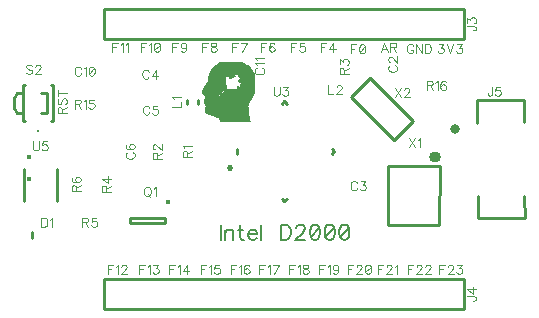
<source format=gbr>
G04 DipTrace 3.1.0.0*
G04 TopSilk.gbr*
%MOIN*%
G04 #@! TF.FileFunction,Legend,Top*
G04 #@! TF.Part,Single*
%ADD10C,0.01*%
%ADD12C,0.002992*%
%ADD21O,0.03228X0.032657*%
%ADD25C,0.015404*%
%ADD29C,0.01181*%
%ADD31O,0.020626X0.020891*%
%ADD32C,0.015753*%
%ADD34O,0.039004X0.036994*%
%ADD70C,0.004632*%
%ADD71C,0.00772*%
%FSLAX26Y26*%
G04*
G70*
G90*
G75*
G01*
G04 TopSilk*
%LPD*%
X433895Y639862D2*
D10*
Y659539D1*
X673386Y1403701D2*
Y1303701D1*
X1873386Y1403701D2*
X673386D1*
X1873386D2*
Y1303701D1*
X1797786D1*
X673386D1*
Y503682D2*
Y403682D1*
X1873386Y503682D2*
X673386D1*
X1873386D2*
Y403682D1*
X1797786D1*
X673386D1*
X2074971Y780856D2*
X2075350Y705670D1*
X1920640Y705276D1*
X1919852Y778882D1*
X1918274Y1024577D2*
X1917865Y1099763D1*
X2072604Y1100157D1*
X2073393Y1026551D1*
D21*
X1844644Y1003115D3*
X988087Y1101244D2*
D10*
Y1085417D1*
X948685Y1101244D2*
Y1085417D1*
D25*
X886235Y758410D3*
X877034Y708268D2*
D10*
X758929D1*
Y688583D1*
X877034D1*
Y708268D1*
X482919Y1057162D2*
Y1124088D1*
X502598Y1031545D2*
Y1149668D1*
X404177Y1031545D2*
Y1149668D1*
X482919Y1124088D2*
X463227D1*
X482919Y1057162D2*
X463227D1*
X502598Y1149668D2*
X496687D1*
X502598Y1031545D2*
X496687D1*
X404177Y1149668D2*
X410076D1*
X404177Y1031545D2*
X410076D1*
X404177Y1057162D2*
X382515D1*
X374646Y1072909D1*
Y1108322D1*
X404177Y1124088D2*
X382515D1*
X374646Y1108322D1*
D29*
X453381Y996105D3*
D31*
X1092411Y873530D3*
X1115651Y937723D2*
D10*
Y921038D1*
X1274265Y1096334D2*
X1265949Y1087991D1*
X1274265Y1096334D2*
X1282617Y1087991D1*
X1441303Y929312D2*
X1432951Y920970D1*
Y937655D2*
X1441303Y929312D1*
X1282653Y770702D2*
X1274337Y762359D1*
X1265985Y770702D2*
X1274337Y762359D1*
X406654Y868880D2*
Y762854D1*
X516890Y868880D2*
Y762854D1*
D32*
X422401Y835547D3*
Y910353D3*
X1791865Y880811D2*
D10*
X1791847Y683557D1*
X1619797D1*
Y880811D1*
X1791865D1*
D34*
X1777667Y909731D3*
X1638710Y966899D2*
D10*
X1495623Y1109986D1*
X1559101Y1173463D1*
X1702188Y1030376D1*
X1638710Y966899D1*
X1060472Y1227323D2*
D12*
X1129291D1*
X1055076Y1224331D2*
X1136183D1*
X1050334Y1221339D2*
X1142168D1*
X1046340Y1218346D2*
X1147314D1*
X1042862Y1215354D2*
X1151752D1*
X1039660Y1212362D2*
X1155543D1*
X1036595Y1209370D2*
X1158820D1*
X1033677Y1206378D2*
X1161600D1*
X1031067Y1203386D2*
X1163931D1*
X1028904Y1200394D2*
X1166076D1*
X1027165Y1197402D2*
X1168163D1*
X1025804Y1194409D2*
X1170047D1*
X1024689Y1191417D2*
X1171648D1*
X1023611Y1188425D2*
X1172851D1*
X1022674Y1185433D2*
X1173564D1*
X1021983Y1182441D2*
X1108346D1*
X1120560D2*
X1173918D1*
X1021312Y1179449D2*
X1111339D1*
X1121110D2*
X1174074D1*
X1020565Y1176457D2*
X1077963D1*
X1090394D2*
X1096378D1*
X1123441D2*
X1174136D1*
X1020112Y1173465D2*
X1077221D1*
X1090394D2*
X1096378D1*
X1126299D2*
X1174160D1*
X1020169Y1170472D2*
X1076446D1*
X1123179D2*
X1174169D1*
X1020164Y1167480D2*
X1075922D1*
X1121678D2*
X1174172D1*
X1019719Y1164488D2*
X1075644D1*
X1121314D2*
X1174173D1*
X1018138Y1161496D2*
X1075540D1*
X1126365D2*
X1174173D1*
X1016407Y1158504D2*
X1075698D1*
X1132283D2*
X1174173D1*
X1014437Y1155512D2*
X1076164D1*
X1129521D2*
X1174173D1*
X1012170Y1152520D2*
X1077797D1*
X1127474D2*
X1174173D1*
X1009874Y1149528D2*
X1079381D1*
X1126801D2*
X1174173D1*
X1007750Y1146535D2*
X1080441D1*
X1117323D2*
X1120315D1*
X1126299D2*
X1174173D1*
X1005699Y1143543D2*
X1081031D1*
X1117323D2*
X1174173D1*
X1003749Y1140551D2*
X1081417D1*
X1117323D2*
X1174173D1*
X1002257Y1137559D2*
X1174173D1*
X1001376Y1134567D2*
X1174162D1*
X1000941Y1131575D2*
X1067007D1*
X1080075D2*
X1174056D1*
X1000774Y1128583D2*
X1065065D1*
X1074249D2*
X1087402D1*
X1096378D2*
X1108346D1*
X1123307D2*
X1173675D1*
X1000932Y1125591D2*
X1063465D1*
X1069449D2*
X1172947D1*
X1001456Y1122598D2*
X1172063D1*
X1004185Y1119606D2*
X1171054D1*
X1008091Y1116614D2*
X1054488D1*
X1060472D2*
X1169667D1*
X1012598Y1113622D2*
X1167940D1*
X1010755Y1110630D2*
X1166112D1*
X1009165Y1107638D2*
X1164182D1*
X1008061Y1104646D2*
X1162182D1*
X1007449Y1101654D2*
X1160318D1*
X1007895Y1098661D2*
X1158623D1*
X1008100Y1095669D2*
X1157042D1*
X1007591Y1092677D2*
X1155603D1*
X1006614Y1089685D2*
X1154377D1*
X1009018Y1086693D2*
X1153330D1*
X1010756Y1083701D2*
X1152378D1*
X1011926Y1080709D2*
X1151592D1*
X1011826Y1077717D2*
X1151913D1*
X1011269Y1074724D2*
X1152426D1*
X1010572Y1071732D2*
X1152824D1*
X1010090Y1068740D2*
X1153049D1*
X1009940Y1065748D2*
X1153156D1*
X1010068Y1062756D2*
X1153201D1*
X1011231Y1059764D2*
X1153230D1*
X1014061Y1056772D2*
X1153342D1*
X1021861Y1053780D2*
X1153725D1*
X1032652Y1050787D2*
X1154443D1*
X1043304Y1047795D2*
X1155210D1*
X1051817Y1044803D2*
X1155744D1*
X1055342Y1041811D2*
X1156127D1*
X1056960Y1038819D2*
X1156637D1*
X1058314Y1035827D2*
X1157431D1*
X1059469Y1032835D2*
X1158343D1*
X1060472Y1029843D2*
X1159213D1*
X1060472Y1227323D2*
X1055076Y1224331D1*
X1050334Y1221339D1*
X1046340Y1218346D1*
X1042862Y1215354D1*
X1039660Y1212362D1*
X1036595Y1209370D1*
X1033677Y1206378D1*
X1031067Y1203386D1*
X1028904Y1200394D1*
X1027165Y1197402D1*
X1025804Y1194409D1*
X1024689Y1191417D1*
X1023611Y1188425D1*
X1022674Y1185433D1*
X1021983Y1182441D1*
X1021312Y1179449D1*
X1020565Y1176457D1*
X1020112Y1173465D1*
X1020169Y1170472D1*
X1020164Y1167480D1*
X1019719Y1164488D1*
X1018138Y1161496D1*
X1016407Y1158504D1*
X1014437Y1155512D1*
X1012170Y1152520D1*
X1009874Y1149528D1*
X1007750Y1146535D1*
X1005699Y1143543D1*
X1003749Y1140551D1*
X1002257Y1137559D1*
X1001376Y1134567D1*
X1000941Y1131575D1*
X1000774Y1128583D1*
X1000932Y1125591D1*
X1001456Y1122598D1*
X1004185Y1119606D1*
X1008091Y1116614D1*
X1012598Y1113622D1*
X1010755Y1110630D1*
X1009165Y1107638D1*
X1008061Y1104646D1*
X1007449Y1101654D1*
X1007895Y1098661D1*
X1008100Y1095669D1*
X1007591Y1092677D1*
X1006614Y1089685D1*
X1009018Y1086693D1*
X1010756Y1083701D1*
X1011926Y1080709D1*
X1011826Y1077717D1*
X1011269Y1074724D1*
X1010572Y1071732D1*
X1010090Y1068740D1*
X1009940Y1065748D1*
X1010068Y1062756D1*
X1011231Y1059764D1*
X1014061Y1056772D1*
X1021861Y1053780D1*
X1032652Y1050787D1*
X1043304Y1047795D1*
X1051817Y1044803D1*
X1055342Y1041811D1*
X1056960Y1038819D1*
X1058314Y1035827D1*
X1059469Y1032835D1*
X1060472Y1029843D1*
X1129291Y1227323D2*
X1136183Y1224331D1*
X1142168Y1221339D1*
X1147314Y1218346D1*
X1151752Y1215354D1*
X1155543Y1212362D1*
X1158820Y1209370D1*
X1161600Y1206378D1*
X1163931Y1203386D1*
X1166076Y1200394D1*
X1168163Y1197402D1*
X1170047Y1194409D1*
X1171648Y1191417D1*
X1172851Y1188425D1*
X1173564Y1185433D1*
X1173918Y1182441D1*
X1174074Y1179449D1*
X1174136Y1176457D1*
X1174160Y1173465D1*
X1174169Y1170472D1*
X1174172Y1167480D1*
X1174173Y1164488D1*
Y1161496D1*
Y1158504D1*
Y1155512D1*
Y1152520D1*
Y1149528D1*
Y1146535D1*
Y1143543D1*
Y1140551D1*
Y1137559D1*
X1174162Y1134567D1*
X1174056Y1131575D1*
X1173675Y1128583D1*
X1172947Y1125591D1*
X1172063Y1122598D1*
X1171054Y1119606D1*
X1169667Y1116614D1*
X1167940Y1113622D1*
X1166112Y1110630D1*
X1164182Y1107638D1*
X1162182Y1104646D1*
X1160318Y1101654D1*
X1158623Y1098661D1*
X1157042Y1095669D1*
X1155603Y1092677D1*
X1154377Y1089685D1*
X1153330Y1086693D1*
X1152378Y1083701D1*
X1151592Y1080709D1*
X1151913Y1077717D1*
X1152426Y1074724D1*
X1152824Y1071732D1*
X1153049Y1068740D1*
X1153156Y1065748D1*
X1153201Y1062756D1*
X1153230Y1059764D1*
X1153342Y1056772D1*
X1153725Y1053780D1*
X1154443Y1050787D1*
X1155210Y1047795D1*
X1155744Y1044803D1*
X1156127Y1041811D1*
X1156637Y1038819D1*
X1157431Y1035827D1*
X1158343Y1032835D1*
X1159213Y1029843D1*
X1105354Y1185433D2*
X1108346Y1182441D1*
X1111339Y1179449D1*
X1096378Y1176457D1*
Y1173465D1*
X1120315Y1185433D2*
X1120560Y1182441D1*
X1121110Y1179449D1*
X1123441Y1176457D1*
X1126299Y1173465D1*
X1123179Y1170472D1*
X1121678Y1167480D1*
X1121314Y1164488D1*
X1126365Y1161496D1*
X1132283Y1158504D1*
X1129521Y1155512D1*
X1127474Y1152520D1*
X1126801Y1149528D1*
X1126299Y1146535D1*
X1078425Y1179449D2*
X1077963Y1176457D1*
X1077221Y1173465D1*
X1076446Y1170472D1*
X1075922Y1167480D1*
X1075644Y1164488D1*
X1075540Y1161496D1*
X1075698Y1158504D1*
X1076164Y1155512D1*
X1077797Y1152520D1*
X1079381Y1149528D1*
X1080441Y1146535D1*
X1081031Y1143543D1*
X1081417Y1140551D1*
X1090394Y1179449D2*
Y1176457D1*
Y1173465D1*
X1117323Y1146535D2*
Y1143543D1*
Y1140551D1*
X1120315Y1146535D2*
X1069449Y1134567D2*
X1067007Y1131575D1*
X1065065Y1128583D1*
X1063465Y1125591D1*
X1087402Y1134567D2*
X1080075Y1131575D1*
X1074249Y1128583D1*
X1069449Y1125591D1*
X1090394Y1131575D2*
X1087402Y1128583D1*
X1093386Y1131575D2*
X1096378Y1128583D1*
X1111339Y1131575D2*
X1108346Y1128583D1*
X1120315Y1131575D2*
X1123307Y1128583D1*
X1057480Y1119606D2*
X1054488Y1116614D1*
X1057480Y1119606D2*
X1060472Y1116614D1*
X1627622Y1215782D2*
D70*
X1624770Y1214356D1*
X1621885Y1211471D1*
X1620459Y1208619D1*
Y1202882D1*
X1621885Y1199997D1*
X1624770Y1197145D1*
X1627622Y1195686D1*
X1631933Y1194260D1*
X1639129D1*
X1643407Y1195686D1*
X1646292Y1197145D1*
X1649144Y1199997D1*
X1650603Y1202882D1*
Y1208619D1*
X1649144Y1211471D1*
X1646292Y1214356D1*
X1643407Y1215782D1*
X1627655Y1226505D2*
X1626229D1*
X1623344Y1227931D1*
X1621918Y1229357D1*
X1620492Y1232242D1*
Y1237979D1*
X1621918Y1240831D1*
X1623344Y1242257D1*
X1626229Y1243716D1*
X1629081D1*
X1631966Y1242257D1*
X1636244Y1239405D1*
X1650603Y1225046D1*
Y1245142D1*
X1517058Y822251D2*
X1515632Y825103D1*
X1512747Y827988D1*
X1509895Y829414D1*
X1504158D1*
X1501273Y827988D1*
X1498421Y825103D1*
X1496962Y822251D1*
X1495536Y817940D1*
Y810744D1*
X1496962Y806466D1*
X1498421Y803581D1*
X1501273Y800729D1*
X1504158Y799270D1*
X1509895D1*
X1512747Y800729D1*
X1515632Y803581D1*
X1517058Y806466D1*
X1529206Y829381D2*
X1544958D1*
X1536369Y817907D1*
X1540680D1*
X1543532Y816481D1*
X1544958Y815055D1*
X1546417Y810744D1*
Y807892D1*
X1544958Y803581D1*
X1542106Y800696D1*
X1537795Y799270D1*
X1533484D1*
X1529206Y800696D1*
X1527780Y802155D1*
X1526321Y805007D1*
X823164Y1194251D2*
X821738Y1197103D1*
X818852Y1199988D1*
X816001Y1201414D1*
X810264D1*
X807379Y1199988D1*
X804527Y1197103D1*
X803067Y1194251D1*
X801642Y1189940D1*
Y1182744D1*
X803067Y1178466D1*
X804527Y1175581D1*
X807379Y1172729D1*
X810264Y1171270D1*
X816001D1*
X818852Y1172729D1*
X821738Y1175581D1*
X823164Y1178466D1*
X846786Y1171270D2*
Y1201381D1*
X832427Y1181318D1*
X853949D1*
X824876Y1074251D2*
X823451Y1077103D1*
X820565Y1079988D1*
X817714Y1081414D1*
X811977D1*
X809091Y1079988D1*
X806240Y1077103D1*
X804780Y1074251D1*
X803355Y1069940D1*
Y1062744D1*
X804780Y1058466D1*
X806240Y1055581D1*
X809091Y1052729D1*
X811977Y1051270D1*
X817714D1*
X820565Y1052729D1*
X823451Y1055581D1*
X824876Y1058466D1*
X851351Y1081381D2*
X837025D1*
X835599Y1068481D1*
X837025Y1069907D1*
X841336Y1071366D1*
X845614D1*
X849925Y1069907D1*
X852810Y1067055D1*
X854236Y1062744D1*
Y1059892D1*
X852810Y1055581D1*
X849925Y1052696D1*
X845614Y1051270D1*
X841336D1*
X837025Y1052696D1*
X835599Y1054155D1*
X834140Y1057007D1*
X752835Y926102D2*
X749984Y924676D1*
X747098Y921791D1*
X745672Y918939D1*
Y913202D1*
X747098Y910317D1*
X749983Y907465D1*
X752835Y906006D1*
X757146Y904580D1*
X764343D1*
X768620Y906006D1*
X771505Y907465D1*
X774357Y910317D1*
X775817Y913202D1*
Y918939D1*
X774357Y921791D1*
X771505Y924676D1*
X768620Y926102D1*
X749984Y952577D2*
X747132Y951151D1*
X745706Y946840D1*
Y943988D1*
X747132Y939677D1*
X751443Y936792D1*
X758606Y935366D1*
X765769D1*
X771505Y936792D1*
X774391Y939677D1*
X775816Y943988D1*
Y945414D1*
X774391Y949692D1*
X771505Y952577D1*
X767194Y954003D1*
X765769D1*
X761457Y952577D1*
X758606Y949692D1*
X757180Y945414D1*
Y943988D1*
X758606Y939677D1*
X761457Y936792D1*
X765769Y935366D1*
X596828Y1204251D2*
X595402Y1207103D1*
X592517Y1209988D1*
X589665Y1211414D1*
X583928D1*
X581043Y1209988D1*
X578191Y1207103D1*
X576732Y1204251D1*
X575306Y1199940D1*
Y1192744D1*
X576732Y1188466D1*
X578191Y1185581D1*
X581043Y1182729D1*
X583928Y1181270D1*
X589665D1*
X592517Y1182729D1*
X595402Y1185581D1*
X596828Y1188466D1*
X606091Y1205644D2*
X608976Y1207103D1*
X613287Y1211381D1*
Y1181270D1*
X631173Y1211381D2*
X626862Y1209955D1*
X623977Y1205644D1*
X622551Y1198481D1*
Y1194170D1*
X623977Y1187007D1*
X626862Y1182696D1*
X631173Y1181270D1*
X634025D1*
X638336Y1182696D1*
X641188Y1187007D1*
X642647Y1194170D1*
Y1198481D1*
X641188Y1205644D1*
X638336Y1209955D1*
X634025Y1211381D1*
X631173D1*
X641188Y1205644D2*
X623977Y1187007D1*
X1183717Y1207002D2*
X1180865Y1205576D1*
X1177980Y1202691D1*
X1176554Y1199839D1*
Y1194102D1*
X1177980Y1191217D1*
X1180865Y1188365D1*
X1183717Y1186906D1*
X1188028Y1185480D1*
X1195224D1*
X1199502Y1186906D1*
X1202387Y1188365D1*
X1205239Y1191217D1*
X1206698Y1194102D1*
Y1199839D1*
X1205239Y1202691D1*
X1202387Y1205576D1*
X1199502Y1207002D1*
X1182325Y1216266D2*
X1180865Y1219151D1*
X1176588Y1223462D1*
X1206698D1*
X1182325Y1232725D2*
X1180865Y1235610D1*
X1176588Y1239921D1*
X1206698D1*
X464811Y707414D2*
Y677270D1*
X474859D1*
X479170Y678729D1*
X482056Y681581D1*
X483481Y684466D1*
X484907Y688744D1*
Y695940D1*
X483481Y700251D1*
X482056Y703103D1*
X479170Y705988D1*
X474859Y707414D1*
X464811D1*
X494171Y701644D2*
X497056Y703103D1*
X501367Y707381D1*
Y677270D1*
X1883561Y1346201D2*
X1906509D1*
X1910820Y1344775D1*
X1912246Y1343316D1*
X1913705Y1340464D1*
Y1337579D1*
X1912246Y1334727D1*
X1910820Y1333301D1*
X1906509Y1331842D1*
X1903657D1*
X1883594Y1358349D2*
Y1374101D1*
X1895068Y1365512D1*
Y1369823D1*
X1896494Y1372675D1*
X1897920Y1374101D1*
X1902231Y1375560D1*
X1905083D1*
X1909394Y1374101D1*
X1912279Y1371249D1*
X1913705Y1366938D1*
Y1362627D1*
X1912279Y1358349D1*
X1910820Y1356923D1*
X1907968Y1355464D1*
X1883561Y445469D2*
X1906509D1*
X1910820Y444043D1*
X1912246Y442584D1*
X1913705Y439732D1*
Y436847D1*
X1912246Y433995D1*
X1910820Y432569D1*
X1906509Y431110D1*
X1903657D1*
X1913705Y469092D2*
X1883594D1*
X1903657Y454733D1*
Y476255D1*
X1967067Y1144091D2*
Y1121143D1*
X1965641Y1116832D1*
X1964182Y1115406D1*
X1961330Y1113947D1*
X1958445D1*
X1955593Y1115406D1*
X1954167Y1116832D1*
X1952708Y1121143D1*
Y1123995D1*
X1993541Y1144058D2*
X1979215D1*
X1977789Y1131158D1*
X1979215Y1132584D1*
X1983526Y1134043D1*
X1987804D1*
X1992115Y1132584D1*
X1995000Y1129732D1*
X1996426Y1125421D1*
Y1122569D1*
X1995000Y1118258D1*
X1992115Y1115373D1*
X1987804Y1113947D1*
X1983526D1*
X1979215Y1115373D1*
X1977789Y1116832D1*
X1976330Y1119684D1*
X900830Y1076496D2*
X930974D1*
Y1093706D1*
X906600Y1102970D2*
X905141Y1105855D1*
X900863Y1110166D1*
X930974D1*
X1420998Y1149808D2*
Y1119664D1*
X1438209D1*
X1448932Y1142612D2*
Y1144038D1*
X1450358Y1146923D1*
X1451784Y1148349D1*
X1454669Y1149775D1*
X1460406D1*
X1463258Y1148349D1*
X1464684Y1146923D1*
X1466143Y1144038D1*
Y1141186D1*
X1464684Y1138301D1*
X1461832Y1134023D1*
X1447473Y1119664D1*
X1467569D1*
X815335Y810055D2*
X812483Y808662D1*
X809598Y805777D1*
X808172Y802892D1*
X806713Y798581D1*
Y791418D1*
X808172Y787107D1*
X809598Y784255D1*
X812483Y781370D1*
X815335Y779944D1*
X821072D1*
X823957Y781370D1*
X826809Y784255D1*
X828235Y787107D1*
X829694Y791418D1*
Y798581D1*
X828235Y802892D1*
X826809Y805777D1*
X823957Y808662D1*
X821072Y810055D1*
X815335D1*
X819646Y785681D2*
X828235Y777059D1*
X838957Y804284D2*
X841842Y805744D1*
X846153Y810021D1*
Y779911D1*
X950031Y909833D2*
X950032Y922732D1*
X948572Y927043D1*
X947146Y928503D1*
X944295Y929929D1*
X941409D1*
X938558Y928503D1*
X937098Y927043D1*
X935672Y922732D1*
Y909833D1*
X965816D1*
X950032Y919881D2*
X965817Y929928D1*
X941443Y939192D2*
X939984Y942077D1*
X935706Y946388D1*
X965816D1*
X850031Y904564D2*
X850032Y917464D1*
X848572Y921775D1*
X847146Y923234D1*
X844295Y924660D1*
X841409D1*
X838558Y923234D1*
X837098Y921775D1*
X835672Y917464D1*
Y904564D1*
X865816D1*
X850032Y914612D2*
X865817Y924660D1*
X842869Y935382D2*
X841443D1*
X838558Y936808D1*
X837132Y938234D1*
X835706Y941119D1*
Y946856D1*
X837132Y949708D1*
X838558Y951134D1*
X841443Y952593D1*
X844295D1*
X847180Y951134D1*
X851457Y948282D1*
X865817Y933923D1*
X865816Y954019D1*
X1473227Y1187383D2*
Y1200282D1*
X1471768Y1204593D1*
X1470342Y1206053D1*
X1467490Y1207479D1*
X1464605D1*
X1461753Y1206053D1*
X1460294Y1204594D1*
X1458868Y1200282D1*
Y1187383D1*
X1489012D1*
X1473227Y1197431D2*
X1489012Y1207478D1*
X1458901Y1219627D2*
Y1235379D1*
X1470375Y1226790D1*
Y1231101D1*
X1471801Y1233953D1*
X1473227Y1235379D1*
X1477538Y1236838D1*
X1480390D1*
X1484701Y1235379D1*
X1487586Y1232527D1*
X1489012Y1228216D1*
Y1223905D1*
X1487586Y1219627D1*
X1486127Y1218201D1*
X1483275Y1216742D1*
X680031Y794670D2*
X680032Y807569D1*
X678572Y811881D1*
X677146Y813340D1*
X674295Y814766D1*
X671409D1*
X668558Y813340D1*
X667098Y811881D1*
X665672Y807570D1*
Y794670D1*
X695816D1*
X680032Y804718D2*
X695817Y814766D1*
X695816Y838388D2*
X665706D1*
X685769Y824029D1*
Y845551D1*
X601067Y693055D2*
X613967D1*
X618278Y694514D1*
X619738Y695940D1*
X621164Y698792D1*
Y701677D1*
X619738Y704529D1*
X618278Y705988D1*
X613967Y707414D1*
X601067D1*
Y677270D1*
X611116Y693055D2*
X621164Y677270D1*
X647638Y707381D2*
X633312D1*
X631886Y694481D1*
X633312Y695907D1*
X637623Y697366D1*
X641901D1*
X646212Y695907D1*
X649097Y693055D1*
X650523Y688744D1*
Y685892D1*
X649097Y681581D1*
X646212Y678696D1*
X641901Y677270D1*
X637623D1*
X633312Y678696D1*
X631886Y680155D1*
X630427Y683007D1*
X580031Y796112D2*
X580032Y809012D1*
X578572Y813323D1*
X577146Y814782D1*
X574295Y816208D1*
X571409D1*
X568558Y814782D1*
X567098Y813323D1*
X565672Y809012D1*
Y796112D1*
X595816D1*
X580032Y806160D2*
X595817Y816208D1*
X569984Y842683D2*
X567132Y841257D1*
X565706Y836946D1*
Y834094D1*
X567132Y829783D1*
X571443Y826898D1*
X578606Y825472D1*
X585769D1*
X591505Y826898D1*
X594391Y829783D1*
X595816Y834094D1*
Y835520D1*
X594391Y839797D1*
X591505Y842683D1*
X587194Y844108D1*
X585769D1*
X581457Y842683D1*
X578606Y839797D1*
X577180Y835520D1*
Y834094D1*
X578606Y829783D1*
X581457Y826898D1*
X585769Y825472D1*
X576019Y1087055D2*
X588919D1*
X593230Y1088514D1*
X594689Y1089940D1*
X596115Y1092792D1*
Y1095677D1*
X594689Y1098529D1*
X593230Y1099988D1*
X588919Y1101414D1*
X576019D1*
Y1071270D1*
X586067Y1087055D2*
X596115Y1071270D1*
X605378Y1095644D2*
X608263Y1097103D1*
X612574Y1101381D1*
Y1071270D1*
X639049Y1101381D2*
X624723D1*
X623297Y1088481D1*
X624723Y1089907D1*
X629034Y1091366D1*
X633312D1*
X637623Y1089907D1*
X640508Y1087055D1*
X641934Y1082744D1*
Y1079892D1*
X640508Y1075581D1*
X637623Y1072696D1*
X633312Y1071270D1*
X629034D1*
X624723Y1072696D1*
X623297Y1074155D1*
X621838Y1077007D1*
X1749158Y1149237D2*
X1762058D1*
X1766369Y1150697D1*
X1767828Y1152122D1*
X1769254Y1154974D1*
Y1157859D1*
X1767828Y1160711D1*
X1766369Y1162170D1*
X1762058Y1163596D1*
X1749158D1*
Y1133452D1*
X1759206Y1149237D2*
X1769254Y1133452D1*
X1778517Y1157826D2*
X1781402Y1159285D1*
X1785713Y1163563D1*
Y1133452D1*
X1812188Y1159285D2*
X1810762Y1162137D1*
X1806451Y1163563D1*
X1803599D1*
X1799288Y1162137D1*
X1796403Y1157826D1*
X1794977Y1150663D1*
Y1143500D1*
X1796403Y1137763D1*
X1799288Y1134878D1*
X1803599Y1133452D1*
X1805025D1*
X1809303Y1134878D1*
X1812188Y1137763D1*
X1813614Y1142074D1*
Y1143500D1*
X1812188Y1147811D1*
X1809303Y1150663D1*
X1805025Y1152089D1*
X1803599D1*
X1799288Y1150663D1*
X1796403Y1147811D1*
X1794977Y1143500D1*
X433990Y1212930D2*
X431138Y1215815D1*
X426827Y1217241D1*
X421090D1*
X416779Y1215815D1*
X413894Y1212930D1*
Y1210078D1*
X415353Y1207193D1*
X416779Y1205767D1*
X419631Y1204341D1*
X428253Y1201456D1*
X431138Y1200030D1*
X432564Y1198571D1*
X433990Y1195719D1*
Y1191408D1*
X431138Y1188556D1*
X426827Y1187097D1*
X421090D1*
X416779Y1188556D1*
X413894Y1191408D1*
X444713Y1210045D2*
Y1211471D1*
X446139Y1214356D1*
X447565Y1215782D1*
X450450Y1217208D1*
X456187D1*
X459039Y1215782D1*
X460465Y1214356D1*
X461924Y1211471D1*
Y1208619D1*
X460465Y1205734D1*
X457613Y1201456D1*
X443254Y1187097D1*
X463350D1*
X1238934Y1144200D2*
Y1122678D1*
X1240360Y1118367D1*
X1243245Y1115515D1*
X1247556Y1114056D1*
X1250408D1*
X1254719Y1115515D1*
X1257604Y1118367D1*
X1259030Y1122678D1*
Y1144200D1*
X1271178Y1144166D2*
X1286930D1*
X1278341Y1132692D1*
X1282652D1*
X1285504Y1131267D1*
X1286930Y1129841D1*
X1288389Y1125530D1*
Y1122678D1*
X1286930Y1118367D1*
X1284078Y1115482D1*
X1279767Y1114056D1*
X1275456D1*
X1271178Y1115482D1*
X1269752Y1116941D1*
X1268293Y1119793D1*
X437044Y962162D2*
Y940640D1*
X438470Y936329D1*
X441355Y933477D1*
X445666Y932018D1*
X448518D1*
X452829Y933477D1*
X455714Y936329D1*
X457140Y940640D1*
Y962162D1*
X483614Y962129D2*
X469288D1*
X467863Y949229D1*
X469288Y950655D1*
X473600Y952114D1*
X477877D1*
X482188Y950655D1*
X485073Y947803D1*
X486499Y943492D1*
Y940640D1*
X485073Y936329D1*
X482188Y933444D1*
X477877Y932018D1*
X473600D1*
X469288Y933444D1*
X467863Y934903D1*
X466403Y937755D1*
X1690205Y972162D2*
X1710301Y942018D1*
Y972162D2*
X1690205Y942018D1*
X1719565Y966391D2*
X1722450Y967851D1*
X1726761Y972128D1*
Y942018D1*
X1643178Y1140397D2*
X1663274Y1110253D1*
Y1140397D2*
X1643178Y1110253D1*
X1673996Y1133201D2*
Y1134627D1*
X1675422Y1137512D1*
X1676848Y1138938D1*
X1679733Y1140364D1*
X1685470D1*
X1688322Y1138938D1*
X1689748Y1137512D1*
X1691207Y1134627D1*
Y1131775D1*
X1689748Y1128890D1*
X1686896Y1124612D1*
X1672537Y1110253D1*
X1692633D1*
X1062526Y684461D2*
D71*
Y634221D1*
X1077966Y667715D2*
Y634221D1*
Y658153D2*
X1085151Y665338D1*
X1089959Y667715D1*
X1097089D1*
X1101897Y665338D1*
X1104274Y658153D1*
Y634221D1*
X1126898Y684461D2*
Y643783D1*
X1129275Y636653D1*
X1134083Y634221D1*
X1138837D1*
X1119713Y667715D2*
X1136460D1*
X1154276Y653345D2*
X1182961D1*
Y658153D1*
X1180584Y662961D1*
X1178207Y665338D1*
X1173399Y667715D1*
X1166214D1*
X1161461Y665338D1*
X1156652Y660530D1*
X1154276Y653345D1*
Y648591D1*
X1156652Y641406D1*
X1161461Y636653D1*
X1166214Y634221D1*
X1173399D1*
X1178207Y636653D1*
X1182961Y641406D1*
X1198400Y684461D2*
Y634221D1*
X1262440Y684461D2*
Y634221D1*
X1279187D1*
X1286372Y636653D1*
X1291180Y641406D1*
X1293557Y646215D1*
X1295933Y653345D1*
Y665338D1*
X1293557Y672523D1*
X1291180Y677276D1*
X1286372Y682085D1*
X1279187Y684461D1*
X1262440D1*
X1313805Y672468D2*
Y674844D1*
X1316181Y679653D1*
X1318558Y682029D1*
X1323366Y684406D1*
X1332928D1*
X1337681Y682029D1*
X1340058Y679653D1*
X1342489Y674844D1*
Y670091D1*
X1340058Y665283D1*
X1335304Y658153D1*
X1311373Y634221D1*
X1344866D1*
X1374675Y684406D2*
X1367490Y682029D1*
X1362682Y674844D1*
X1360305Y662906D1*
Y655721D1*
X1362682Y643783D1*
X1367490Y636598D1*
X1374675Y634221D1*
X1379429D1*
X1386614Y636598D1*
X1391367Y643783D1*
X1393799Y655721D1*
Y662906D1*
X1391367Y674844D1*
X1386614Y682029D1*
X1379429Y684406D1*
X1374675D1*
X1391367Y674844D2*
X1362682Y643783D1*
X1423608Y684406D2*
X1416423Y682029D1*
X1411614Y674844D1*
X1409238Y662906D1*
Y655721D1*
X1411614Y643783D1*
X1416423Y636598D1*
X1423608Y634221D1*
X1428361D1*
X1435546Y636598D1*
X1440299Y643783D1*
X1442731Y655721D1*
Y662906D1*
X1440299Y674844D1*
X1435546Y682029D1*
X1428361Y684406D1*
X1423608D1*
X1440299Y674844D2*
X1411614Y643783D1*
X1472541Y684406D2*
X1465355Y682029D1*
X1460547Y674844D1*
X1458170Y662906D1*
Y655721D1*
X1460547Y643783D1*
X1465355Y636598D1*
X1472541Y634221D1*
X1477294D1*
X1484479Y636598D1*
X1489232Y643783D1*
X1491664Y655721D1*
Y662906D1*
X1489232Y674844D1*
X1484479Y682029D1*
X1477294Y684406D1*
X1472541D1*
X1489232Y674844D2*
X1460547Y643783D1*
X1788868Y1286492D2*
D70*
X1804619D1*
X1796031Y1275018D1*
X1800342D1*
X1803193Y1273593D1*
X1804619Y1272167D1*
X1806079Y1267856D1*
Y1265004D1*
X1804619Y1260693D1*
X1801768Y1257808D1*
X1797457Y1256382D1*
X1793145D1*
X1788868Y1257808D1*
X1787442Y1259267D1*
X1785983Y1262119D1*
X1815342Y1286526D2*
X1826816Y1256382D1*
X1838290Y1286526D1*
X1850439Y1286492D2*
X1866190D1*
X1857602Y1275018D1*
X1861913D1*
X1864764Y1273593D1*
X1866190Y1272167D1*
X1867650Y1267856D1*
Y1265004D1*
X1866190Y1260693D1*
X1863339Y1257808D1*
X1859028Y1256382D1*
X1854716D1*
X1850439Y1257808D1*
X1849013Y1259267D1*
X1847554Y1262119D1*
X1704505Y1279363D2*
X1703079Y1282215D1*
X1700193Y1285100D1*
X1697342Y1286526D1*
X1691605D1*
X1688720Y1285100D1*
X1685868Y1282215D1*
X1684409Y1279363D1*
X1682983Y1275052D1*
Y1267856D1*
X1684409Y1263578D1*
X1685868Y1260693D1*
X1688720Y1257841D1*
X1691605Y1256382D1*
X1697342D1*
X1700193Y1257841D1*
X1703079Y1260693D1*
X1704505Y1263578D1*
Y1267856D1*
X1697342D1*
X1733864Y1286526D2*
Y1256382D1*
X1713768Y1286526D1*
Y1256382D1*
X1743128Y1286526D2*
Y1256382D1*
X1753176D1*
X1757487Y1257841D1*
X1760372Y1260693D1*
X1761798Y1263578D1*
X1763224Y1267856D1*
Y1275052D1*
X1761798Y1279363D1*
X1760372Y1282215D1*
X1757487Y1285100D1*
X1753176Y1286526D1*
X1743128D1*
X1618964Y1260382D2*
X1607457Y1290526D1*
X1595983Y1260382D1*
X1600294Y1270430D2*
X1614653D1*
X1628227Y1276167D2*
X1641127D1*
X1645438Y1277626D1*
X1646897Y1279052D1*
X1648323Y1281904D1*
Y1284789D1*
X1646897Y1287641D1*
X1645438Y1289100D1*
X1641127Y1290526D1*
X1628227D1*
Y1260382D1*
X1638275Y1276167D2*
X1648323Y1260382D1*
X1514653Y1285526D2*
X1495983D1*
Y1255382D1*
Y1271167D2*
X1507457D1*
X1532538Y1285492D2*
X1528227Y1284066D1*
X1525342Y1279755D1*
X1523916Y1272593D1*
Y1268281D1*
X1525342Y1261119D1*
X1528227Y1256808D1*
X1532538Y1255382D1*
X1535390D1*
X1539701Y1256808D1*
X1542553Y1261119D1*
X1544012Y1268281D1*
Y1272593D1*
X1542553Y1279755D1*
X1539701Y1284066D1*
X1535390Y1285492D1*
X1532538D1*
X1542553Y1279755D2*
X1525342Y1261119D1*
X1414653Y1290526D2*
X1395983D1*
Y1260382D1*
Y1276167D2*
X1407457D1*
X1438275Y1260382D2*
Y1290492D1*
X1423916Y1270430D1*
X1445438D1*
X1314653Y1290526D2*
X1295983D1*
Y1260382D1*
Y1276167D2*
X1307457D1*
X1341127Y1290492D2*
X1326801D1*
X1325375Y1277593D1*
X1326801Y1279018D1*
X1331112Y1280478D1*
X1335390D1*
X1339701Y1279018D1*
X1342586Y1276167D1*
X1344012Y1271856D1*
Y1269004D1*
X1342586Y1264693D1*
X1339701Y1261808D1*
X1335390Y1260382D1*
X1331112D1*
X1326801Y1261808D1*
X1325375Y1263267D1*
X1323916Y1266119D1*
X1214653Y1290526D2*
X1195983D1*
Y1260382D1*
Y1276167D2*
X1207457D1*
X1241127Y1286215D2*
X1239701Y1289066D1*
X1235390Y1290492D1*
X1232538D1*
X1228227Y1289066D1*
X1225342Y1284755D1*
X1223916Y1277593D1*
Y1270430D1*
X1225342Y1264693D1*
X1228227Y1261808D1*
X1232538Y1260382D1*
X1233964D1*
X1238242Y1261808D1*
X1241127Y1264693D1*
X1242553Y1269004D1*
Y1270430D1*
X1241127Y1274741D1*
X1238242Y1277593D1*
X1233964Y1279018D1*
X1232538D1*
X1228227Y1277593D1*
X1225342Y1274741D1*
X1223916Y1270430D1*
X1119653Y1290526D2*
X1100983D1*
Y1260382D1*
Y1276167D2*
X1112457D1*
X1134653Y1260382D2*
X1149012Y1290492D1*
X1128916D1*
X1019653Y1290526D2*
X1000983D1*
Y1260382D1*
Y1276167D2*
X1012457D1*
X1036079Y1290492D2*
X1031801Y1289066D1*
X1030342Y1286215D1*
Y1283329D1*
X1031801Y1280478D1*
X1034653Y1279018D1*
X1040390Y1277593D1*
X1044701Y1276167D1*
X1047553Y1273281D1*
X1048979Y1270430D1*
Y1266119D1*
X1047553Y1263267D1*
X1046127Y1261808D1*
X1041816Y1260382D1*
X1036079D1*
X1031801Y1261808D1*
X1030342Y1263267D1*
X1028916Y1266119D1*
Y1270430D1*
X1030342Y1273281D1*
X1033227Y1276167D1*
X1037505Y1277593D1*
X1043242Y1279018D1*
X1046127Y1280478D1*
X1047553Y1283329D1*
Y1286215D1*
X1046127Y1289066D1*
X1041816Y1290492D1*
X1036079D1*
X919653Y1290526D2*
X900983D1*
Y1260382D1*
Y1276167D2*
X912457D1*
X947586Y1280478D2*
X946127Y1276167D1*
X943275Y1273281D1*
X938964Y1271856D1*
X937538D1*
X933227Y1273281D1*
X930375Y1276167D1*
X928916Y1280478D1*
Y1281904D1*
X930375Y1286215D1*
X933227Y1289066D1*
X937538Y1290492D1*
X938964D1*
X943275Y1289066D1*
X946127Y1286215D1*
X947586Y1280478D1*
Y1273281D1*
X946127Y1266119D1*
X943275Y1261808D1*
X938964Y1260382D1*
X936112D1*
X931801Y1261808D1*
X930375Y1264693D1*
X814653Y1290526D2*
X795983D1*
Y1260382D1*
Y1276167D2*
X807457D1*
X823916Y1284755D2*
X826801Y1286215D1*
X831112Y1290492D1*
Y1260382D1*
X848998Y1290492D2*
X844687Y1289066D1*
X841802Y1284755D1*
X840376Y1277593D1*
Y1273281D1*
X841802Y1266119D1*
X844687Y1261808D1*
X848998Y1260382D1*
X851850D1*
X856161Y1261808D1*
X859013Y1266119D1*
X860472Y1273281D1*
Y1277593D1*
X859013Y1284755D1*
X856161Y1289066D1*
X851850Y1290492D1*
X848998D1*
X859013Y1284755D2*
X841802Y1266119D1*
X719653Y1290526D2*
X700983D1*
Y1260382D1*
Y1276167D2*
X712457D1*
X728916Y1284755D2*
X731801Y1286215D1*
X736112Y1290492D1*
Y1260382D1*
X745376Y1284755D2*
X748261Y1286215D1*
X752572Y1290492D1*
Y1260382D1*
X1809653Y550526D2*
X1790983D1*
Y520382D1*
Y536167D2*
X1802457D1*
X1820375Y543329D2*
Y544755D1*
X1821801Y547641D1*
X1823227Y549066D1*
X1826112Y550492D1*
X1831849D1*
X1834701Y549066D1*
X1836127Y547641D1*
X1837586Y544755D1*
Y541904D1*
X1836127Y539018D1*
X1833275Y534741D1*
X1818916Y520382D1*
X1839012D1*
X1851161Y550492D2*
X1866913D1*
X1858324Y539018D1*
X1862635D1*
X1865487Y537593D1*
X1866913Y536167D1*
X1868372Y531856D1*
Y529004D1*
X1866913Y524693D1*
X1864061Y521808D1*
X1859750Y520382D1*
X1855439D1*
X1851161Y521808D1*
X1849735Y523267D1*
X1848276Y526119D1*
X1704653Y550526D2*
X1685983D1*
Y520382D1*
Y536167D2*
X1697457D1*
X1715375Y543329D2*
Y544755D1*
X1716801Y547641D1*
X1718227Y549066D1*
X1721112Y550492D1*
X1726849D1*
X1729701Y549066D1*
X1731127Y547641D1*
X1732586Y544755D1*
Y541904D1*
X1731127Y539018D1*
X1728275Y534741D1*
X1713916Y520382D1*
X1734012D1*
X1744735Y543329D2*
Y544755D1*
X1746161Y547641D1*
X1747587Y549066D1*
X1750472Y550492D1*
X1756209D1*
X1759061Y549066D1*
X1760487Y547641D1*
X1761946Y544755D1*
Y541904D1*
X1760487Y539018D1*
X1757635Y534741D1*
X1743276Y520382D1*
X1763372D1*
X1604653Y550526D2*
X1585983D1*
Y520382D1*
Y536167D2*
X1597457D1*
X1615375Y543329D2*
Y544755D1*
X1616801Y547641D1*
X1618227Y549066D1*
X1621112Y550492D1*
X1626849D1*
X1629701Y549066D1*
X1631127Y547641D1*
X1632586Y544755D1*
Y541904D1*
X1631127Y539018D1*
X1628275Y534741D1*
X1613916Y520382D1*
X1634012D1*
X1643276Y544755D2*
X1646161Y546215D1*
X1650472Y550492D1*
Y520382D1*
X1504653Y550526D2*
X1485983D1*
Y520382D1*
Y536167D2*
X1497457D1*
X1515375Y543329D2*
Y544755D1*
X1516801Y547641D1*
X1518227Y549066D1*
X1521112Y550492D1*
X1526849D1*
X1529701Y549066D1*
X1531127Y547641D1*
X1532586Y544755D1*
Y541904D1*
X1531127Y539018D1*
X1528275Y534741D1*
X1513916Y520382D1*
X1534012D1*
X1551898Y550492D2*
X1547587Y549066D1*
X1544702Y544755D1*
X1543276Y537593D1*
Y533281D1*
X1544702Y526119D1*
X1547587Y521808D1*
X1551898Y520382D1*
X1554750D1*
X1559061Y521808D1*
X1561913Y526119D1*
X1563372Y533281D1*
Y537593D1*
X1561913Y544755D1*
X1559061Y549066D1*
X1554750Y550492D1*
X1551898D1*
X1561913Y544755D2*
X1544702Y526119D1*
X1409653Y550526D2*
X1390983D1*
Y520382D1*
Y536167D2*
X1402457D1*
X1418916Y544755D2*
X1421801Y546215D1*
X1426112Y550492D1*
Y520382D1*
X1454046Y540478D2*
X1452587Y536167D1*
X1449735Y533281D1*
X1445424Y531856D1*
X1443998D1*
X1439687Y533281D1*
X1436835Y536167D1*
X1435376Y540478D1*
Y541904D1*
X1436835Y546215D1*
X1439687Y549066D1*
X1443998Y550492D1*
X1445424D1*
X1449735Y549066D1*
X1452587Y546215D1*
X1454046Y540478D1*
Y533281D1*
X1452587Y526119D1*
X1449735Y521808D1*
X1445424Y520382D1*
X1442572D1*
X1438261Y521808D1*
X1436835Y524693D1*
X1309653Y550526D2*
X1290983D1*
Y520382D1*
Y536167D2*
X1302457D1*
X1318916Y544755D2*
X1321801Y546215D1*
X1326112Y550492D1*
Y520382D1*
X1342539Y550492D2*
X1338261Y549066D1*
X1336802Y546215D1*
Y543329D1*
X1338261Y540478D1*
X1341113Y539018D1*
X1346850Y537593D1*
X1351161Y536167D1*
X1354013Y533281D1*
X1355439Y530430D1*
Y526119D1*
X1354013Y523267D1*
X1352587Y521808D1*
X1348276Y520382D1*
X1342539D1*
X1338261Y521808D1*
X1336802Y523267D1*
X1335376Y526119D1*
Y530430D1*
X1336802Y533281D1*
X1339687Y536167D1*
X1343965Y537593D1*
X1349702Y539018D1*
X1352587Y540478D1*
X1354013Y543329D1*
Y546215D1*
X1352587Y549066D1*
X1348276Y550492D1*
X1342539D1*
X1209653Y550526D2*
X1190983D1*
Y520382D1*
Y536167D2*
X1202457D1*
X1218916Y544755D2*
X1221801Y546215D1*
X1226112Y550492D1*
Y520382D1*
X1241113D2*
X1255472Y550492D1*
X1235376D1*
X1114653Y550526D2*
X1095983D1*
Y520382D1*
Y536167D2*
X1107457D1*
X1123916Y544755D2*
X1126801Y546215D1*
X1131112Y550492D1*
Y520382D1*
X1157587Y546215D2*
X1156161Y549066D1*
X1151850Y550492D1*
X1148998D1*
X1144687Y549066D1*
X1141802Y544755D1*
X1140376Y537593D1*
Y530430D1*
X1141802Y524693D1*
X1144687Y521808D1*
X1148998Y520382D1*
X1150424D1*
X1154702Y521808D1*
X1157587Y524693D1*
X1159013Y529004D1*
Y530430D1*
X1157587Y534741D1*
X1154702Y537593D1*
X1150424Y539018D1*
X1148998D1*
X1144687Y537593D1*
X1141802Y534741D1*
X1140376Y530430D1*
X1014653Y550526D2*
X995983D1*
Y520382D1*
Y536167D2*
X1007457D1*
X1023916Y544755D2*
X1026801Y546215D1*
X1031112Y550492D1*
Y520382D1*
X1057587Y550492D2*
X1043261D1*
X1041835Y537593D1*
X1043261Y539018D1*
X1047572Y540478D1*
X1051850D1*
X1056161Y539018D1*
X1059046Y536167D1*
X1060472Y531856D1*
Y529004D1*
X1059046Y524693D1*
X1056161Y521808D1*
X1051850Y520382D1*
X1047572D1*
X1043261Y521808D1*
X1041835Y523267D1*
X1040376Y526119D1*
X909653Y550526D2*
X890983D1*
Y520382D1*
Y536167D2*
X902457D1*
X918916Y544755D2*
X921801Y546215D1*
X926112Y550492D1*
Y520382D1*
X949735D2*
Y550492D1*
X935376Y530430D1*
X956898D1*
X809653Y550526D2*
X790983D1*
Y520382D1*
Y536167D2*
X802457D1*
X818916Y544755D2*
X821801Y546215D1*
X826112Y550492D1*
Y520382D1*
X838261Y550492D2*
X854013D1*
X845424Y539018D1*
X849735D1*
X852587Y537593D1*
X854013Y536167D1*
X855472Y531856D1*
Y529004D1*
X854013Y524693D1*
X851161Y521808D1*
X846850Y520382D1*
X842539D1*
X838261Y521808D1*
X836835Y523267D1*
X835376Y526119D1*
X704653Y550526D2*
X685983D1*
Y520382D1*
Y536167D2*
X697457D1*
X713916Y544755D2*
X716801Y546215D1*
X721112Y550492D1*
Y520382D1*
X731835Y543329D2*
Y544755D1*
X733261Y547641D1*
X734687Y549066D1*
X737572Y550492D1*
X743309D1*
X746161Y549066D1*
X747587Y547641D1*
X749046Y544755D1*
Y541904D1*
X747587Y539018D1*
X744735Y534741D1*
X730376Y520382D1*
X750472D1*
X532980Y1056017D2*
Y1068917D1*
X531521Y1073228D1*
X530095Y1074687D1*
X527244Y1076113D1*
X524358D1*
X521507Y1074687D1*
X520047Y1073228D1*
X518621Y1068917D1*
Y1056017D1*
X548765D1*
X532980Y1066065D2*
X548765Y1076113D1*
X522932Y1105472D2*
X520047Y1102620D1*
X518621Y1098309D1*
Y1092572D1*
X520047Y1088261D1*
X522932Y1085376D1*
X525784D1*
X528669Y1086835D1*
X530095Y1088261D1*
X531521Y1091113D1*
X534406Y1099735D1*
X535832Y1102620D1*
X537292Y1104046D1*
X540143Y1105472D1*
X544454D1*
X547306Y1102620D1*
X548765Y1098309D1*
Y1092572D1*
X547306Y1088261D1*
X544454Y1085376D1*
X518621Y1124784D2*
X548765D1*
X518621Y1114736D2*
Y1134832D1*
M02*

</source>
